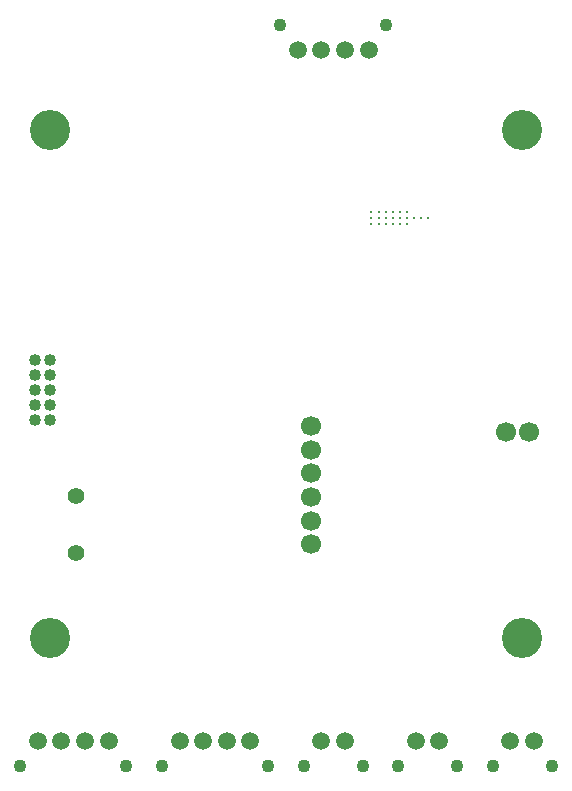
<source format=gbs>
%FSLAX46Y46*%
G04 Gerber Fmt 4.6, Leading zero omitted, Abs format (unit mm)*
G04 Created by KiCad (PCBNEW (2014-jul-16 BZR unknown)-product) date Wed 23 Jul 2014 05:37:14 BST*
%MOMM*%
G01*
G04 APERTURE LIST*
%ADD10C,0.100000*%
%ADD11C,1.700000*%
%ADD12C,0.300000*%
%ADD13C,1.016000*%
%ADD14C,1.400000*%
%ADD15C,1.500000*%
%ADD16C,1.100000*%
%ADD17C,3.400000*%
G04 APERTURE END LIST*
D10*
D11*
X161600000Y-99600000D03*
X159600000Y-99600000D03*
X143100000Y-99100000D03*
X143100000Y-101100000D03*
X143100000Y-103100000D03*
X143100000Y-105100000D03*
X143100000Y-107100000D03*
X143100000Y-109100000D03*
D12*
X152450000Y-81500000D03*
X153050000Y-81500000D03*
X151850000Y-81500000D03*
X151250000Y-81500000D03*
X150650000Y-81500000D03*
X150050000Y-81500000D03*
X149450000Y-81500000D03*
X148850000Y-81500000D03*
X148250000Y-81500000D03*
X151250000Y-81000000D03*
X150650000Y-81000000D03*
X150050000Y-81000000D03*
X149450000Y-81000000D03*
X148850000Y-81000000D03*
X148850000Y-82000000D03*
X149450000Y-82000000D03*
X150050000Y-82000000D03*
X150650000Y-82000000D03*
X151250000Y-82000000D03*
X148250000Y-82000000D03*
X148250000Y-81000000D03*
D13*
X119730000Y-93500000D03*
X121000000Y-93500000D03*
X119730000Y-94770000D03*
X121000000Y-94770000D03*
X119730000Y-96040000D03*
X121000000Y-96040000D03*
X119730000Y-97310000D03*
X121000000Y-97310000D03*
X119730000Y-98580000D03*
X121000000Y-98580000D03*
D14*
X123200000Y-105000000D03*
X123200000Y-109880000D03*
D15*
X142000000Y-67250000D03*
X144000000Y-67250000D03*
X146000000Y-67250000D03*
X148000000Y-67250000D03*
D16*
X140500000Y-65150000D03*
X149500000Y-65150000D03*
D15*
X126000000Y-125750000D03*
X124000000Y-125750000D03*
X122000000Y-125750000D03*
X120000000Y-125750000D03*
D16*
X127500000Y-127850000D03*
X118500000Y-127850000D03*
D15*
X138000000Y-125750000D03*
X136000000Y-125750000D03*
X134000000Y-125750000D03*
X132000000Y-125750000D03*
D16*
X139500000Y-127850000D03*
X130500000Y-127850000D03*
D15*
X162000000Y-125750000D03*
X160000000Y-125750000D03*
D16*
X163500000Y-127850000D03*
X158500000Y-127850000D03*
D15*
X146000000Y-125750000D03*
X144000000Y-125750000D03*
D16*
X147500000Y-127850000D03*
X142500000Y-127850000D03*
D15*
X154000000Y-125750000D03*
X152000000Y-125750000D03*
D16*
X155500000Y-127850000D03*
X150500000Y-127850000D03*
D17*
X121000000Y-117000000D03*
X161000000Y-74000000D03*
X121000000Y-74000000D03*
X161000000Y-117000000D03*
M02*

</source>
